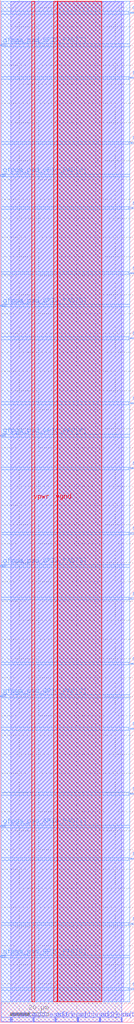
<source format=lef>
VERSION 5.7 ;
  NOWIREEXTENSIONATPIN ON ;
  DIVIDERCHAR "/" ;
  BUSBITCHARS "[]" ;
MACRO grid_io_left
  CLASS BLOCK ;
  FOREIGN grid_io_left ;
  ORIGIN 0.000 0.000 ;
  SIZE 70.000 BY 533.360 ;
  PIN address[0]
    DIRECTION INPUT ;
    PORT
      LAYER met2 ;
        RECT 17.110 0.000 17.390 2.400 ;
    END
  END address[0]
  PIN address[1]
    DIRECTION INPUT ;
    PORT
      LAYER met2 ;
        RECT 28.610 0.000 28.890 2.400 ;
    END
  END address[1]
  PIN address[2]
    DIRECTION INPUT ;
    PORT
      LAYER met2 ;
        RECT 40.570 0.000 40.850 2.400 ;
    END
  END address[2]
  PIN address[3]
    DIRECTION INPUT ;
    PORT
      LAYER met2 ;
        RECT 52.070 0.000 52.350 2.400 ;
    END
  END address[3]
  PIN data_in
    DIRECTION INPUT ;
    PORT
      LAYER met2 ;
        RECT 63.570 0.000 63.850 2.400 ;
    END
  END data_in
  PIN enable
    DIRECTION INPUT ;
    PORT
      LAYER met2 ;
        RECT 5.610 0.000 5.890 2.400 ;
    END
  END enable
  PIN gfpga_pad_GPIO_PAD[0]
    DIRECTION INOUT ;
    PORT
      LAYER met3 ;
        RECT 0.000 34.040 2.400 34.640 ;
    END
  END gfpga_pad_GPIO_PAD[0]
  PIN gfpga_pad_GPIO_PAD[1]
    DIRECTION INOUT ;
    PORT
      LAYER met3 ;
        RECT 0.000 102.040 2.400 102.640 ;
    END
  END gfpga_pad_GPIO_PAD[1]
  PIN gfpga_pad_GPIO_PAD[2]
    DIRECTION INOUT ;
    PORT
      LAYER met3 ;
        RECT 0.000 170.040 2.400 170.640 ;
    END
  END gfpga_pad_GPIO_PAD[2]
  PIN gfpga_pad_GPIO_PAD[3]
    DIRECTION INOUT ;
    PORT
      LAYER met3 ;
        RECT 0.000 238.040 2.400 238.640 ;
    END
  END gfpga_pad_GPIO_PAD[3]
  PIN gfpga_pad_GPIO_PAD[4]
    DIRECTION INOUT ;
    PORT
      LAYER met3 ;
        RECT 0.000 306.040 2.400 306.640 ;
    END
  END gfpga_pad_GPIO_PAD[4]
  PIN gfpga_pad_GPIO_PAD[5]
    DIRECTION INOUT ;
    PORT
      LAYER met3 ;
        RECT 0.000 374.040 2.400 374.640 ;
    END
  END gfpga_pad_GPIO_PAD[5]
  PIN gfpga_pad_GPIO_PAD[6]
    DIRECTION INOUT ;
    PORT
      LAYER met3 ;
        RECT 0.000 442.040 2.400 442.640 ;
    END
  END gfpga_pad_GPIO_PAD[6]
  PIN gfpga_pad_GPIO_PAD[7]
    DIRECTION INOUT ;
    PORT
      LAYER met3 ;
        RECT 0.000 510.040 2.400 510.640 ;
    END
  END gfpga_pad_GPIO_PAD[7]
  PIN right_width_0_height_0__pin_0_
    DIRECTION INPUT ;
    PORT
      LAYER met3 ;
        RECT 67.600 17.040 70.000 17.640 ;
    END
  END right_width_0_height_0__pin_0_
  PIN right_width_0_height_0__pin_10_
    DIRECTION INPUT ;
    PORT
      LAYER met3 ;
        RECT 67.600 357.040 70.000 357.640 ;
    END
  END right_width_0_height_0__pin_10_
  PIN right_width_0_height_0__pin_11_
    DIRECTION OUTPUT TRISTATE ;
    PORT
      LAYER met3 ;
        RECT 67.600 391.040 70.000 391.640 ;
    END
  END right_width_0_height_0__pin_11_
  PIN right_width_0_height_0__pin_12_
    DIRECTION INPUT ;
    PORT
      LAYER met3 ;
        RECT 67.600 425.040 70.000 425.640 ;
    END
  END right_width_0_height_0__pin_12_
  PIN right_width_0_height_0__pin_13_
    DIRECTION OUTPUT TRISTATE ;
    PORT
      LAYER met3 ;
        RECT 67.600 459.040 70.000 459.640 ;
    END
  END right_width_0_height_0__pin_13_
  PIN right_width_0_height_0__pin_14_
    DIRECTION INPUT ;
    PORT
      LAYER met3 ;
        RECT 67.600 493.040 70.000 493.640 ;
    END
  END right_width_0_height_0__pin_14_
  PIN right_width_0_height_0__pin_15_
    DIRECTION OUTPUT TRISTATE ;
    PORT
      LAYER met3 ;
        RECT 67.600 527.040 70.000 527.640 ;
    END
  END right_width_0_height_0__pin_15_
  PIN right_width_0_height_0__pin_1_
    DIRECTION OUTPUT TRISTATE ;
    PORT
      LAYER met3 ;
        RECT 67.600 51.040 70.000 51.640 ;
    END
  END right_width_0_height_0__pin_1_
  PIN right_width_0_height_0__pin_2_
    DIRECTION INPUT ;
    PORT
      LAYER met3 ;
        RECT 67.600 85.040 70.000 85.640 ;
    END
  END right_width_0_height_0__pin_2_
  PIN right_width_0_height_0__pin_3_
    DIRECTION OUTPUT TRISTATE ;
    PORT
      LAYER met3 ;
        RECT 67.600 119.040 70.000 119.640 ;
    END
  END right_width_0_height_0__pin_3_
  PIN right_width_0_height_0__pin_4_
    DIRECTION INPUT ;
    PORT
      LAYER met3 ;
        RECT 67.600 153.040 70.000 153.640 ;
    END
  END right_width_0_height_0__pin_4_
  PIN right_width_0_height_0__pin_5_
    DIRECTION OUTPUT TRISTATE ;
    PORT
      LAYER met3 ;
        RECT 67.600 187.040 70.000 187.640 ;
    END
  END right_width_0_height_0__pin_5_
  PIN right_width_0_height_0__pin_6_
    DIRECTION INPUT ;
    PORT
      LAYER met3 ;
        RECT 67.600 221.040 70.000 221.640 ;
    END
  END right_width_0_height_0__pin_6_
  PIN right_width_0_height_0__pin_7_
    DIRECTION OUTPUT TRISTATE ;
    PORT
      LAYER met3 ;
        RECT 67.600 255.040 70.000 255.640 ;
    END
  END right_width_0_height_0__pin_7_
  PIN right_width_0_height_0__pin_8_
    DIRECTION INPUT ;
    PORT
      LAYER met3 ;
        RECT 67.600 289.040 70.000 289.640 ;
    END
  END right_width_0_height_0__pin_8_
  PIN right_width_0_height_0__pin_9_
    DIRECTION OUTPUT TRISTATE ;
    PORT
      LAYER met3 ;
        RECT 67.600 323.040 70.000 323.640 ;
    END
  END right_width_0_height_0__pin_9_
  PIN vpwr
    DIRECTION INPUT ;
    PORT
      LAYER met4 ;
        RECT 16.385 10.640 17.985 533.360 ;
    END
  END vpwr
  PIN vgnd
    DIRECTION INPUT ;
    PORT
      LAYER met4 ;
        RECT 28.055 10.640 29.655 533.360 ;
    END
  END vgnd
  OBS
      LAYER li1 ;
        RECT 5.520 10.795 64.400 533.205 ;
      LAYER met1 ;
        RECT 5.520 10.640 64.400 533.360 ;
      LAYER met2 ;
        RECT 0.550 2.680 63.570 533.360 ;
        RECT 0.550 0.270 5.330 2.680 ;
        RECT 6.170 0.270 16.830 2.680 ;
        RECT 17.670 0.270 28.330 2.680 ;
        RECT 29.170 0.270 40.290 2.680 ;
        RECT 41.130 0.270 51.790 2.680 ;
        RECT 52.630 0.270 63.290 2.680 ;
      LAYER met3 ;
        RECT 0.525 528.040 67.600 533.285 ;
        RECT 0.525 526.640 67.200 528.040 ;
        RECT 0.525 511.040 67.600 526.640 ;
        RECT 2.800 509.640 67.600 511.040 ;
        RECT 0.525 494.040 67.600 509.640 ;
        RECT 0.525 492.640 67.200 494.040 ;
        RECT 0.525 460.040 67.600 492.640 ;
        RECT 0.525 458.640 67.200 460.040 ;
        RECT 0.525 443.040 67.600 458.640 ;
        RECT 2.800 441.640 67.600 443.040 ;
        RECT 0.525 426.040 67.600 441.640 ;
        RECT 0.525 424.640 67.200 426.040 ;
        RECT 0.525 392.040 67.600 424.640 ;
        RECT 0.525 390.640 67.200 392.040 ;
        RECT 0.525 375.040 67.600 390.640 ;
        RECT 2.800 373.640 67.600 375.040 ;
        RECT 0.525 358.040 67.600 373.640 ;
        RECT 0.525 356.640 67.200 358.040 ;
        RECT 0.525 324.040 67.600 356.640 ;
        RECT 0.525 322.640 67.200 324.040 ;
        RECT 0.525 307.040 67.600 322.640 ;
        RECT 2.800 305.640 67.600 307.040 ;
        RECT 0.525 290.040 67.600 305.640 ;
        RECT 0.525 288.640 67.200 290.040 ;
        RECT 0.525 256.040 67.600 288.640 ;
        RECT 0.525 254.640 67.200 256.040 ;
        RECT 0.525 239.040 67.600 254.640 ;
        RECT 2.800 237.640 67.600 239.040 ;
        RECT 0.525 222.040 67.600 237.640 ;
        RECT 0.525 220.640 67.200 222.040 ;
        RECT 0.525 188.040 67.600 220.640 ;
        RECT 0.525 186.640 67.200 188.040 ;
        RECT 0.525 171.040 67.600 186.640 ;
        RECT 2.800 169.640 67.600 171.040 ;
        RECT 0.525 154.040 67.600 169.640 ;
        RECT 0.525 152.640 67.200 154.040 ;
        RECT 0.525 120.040 67.600 152.640 ;
        RECT 0.525 118.640 67.200 120.040 ;
        RECT 0.525 103.040 67.600 118.640 ;
        RECT 2.800 101.640 67.600 103.040 ;
        RECT 0.525 86.040 67.600 101.640 ;
        RECT 0.525 84.640 67.200 86.040 ;
        RECT 0.525 52.040 67.600 84.640 ;
        RECT 0.525 50.640 67.200 52.040 ;
        RECT 0.525 35.040 67.600 50.640 ;
        RECT 2.800 33.640 67.600 35.040 ;
        RECT 0.525 18.040 67.600 33.640 ;
        RECT 0.525 16.640 67.200 18.040 ;
        RECT 0.525 10.715 67.600 16.640 ;
      LAYER met4 ;
        RECT 30.055 10.640 52.985 533.360 ;
  END
END grid_io_left
END LIBRARY


</source>
